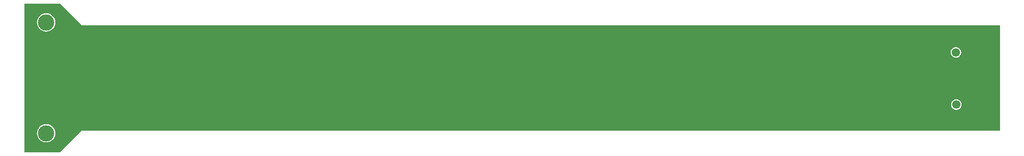
<source format=gbl>
G04 Layer_Physical_Order=2*
G04 Layer_Color=16711680*
%FSAX25Y25*%
%MOIN*%
G70*
G01*
G75*
%ADD16C,0.06102*%
%ADD17C,0.11811*%
%ADD18C,0.02800*%
G36*
X0156281Y0307001D02*
X0156677Y0306736D01*
X0157146Y0306643D01*
X0821276D01*
Y0230349D01*
X0157071D01*
X0156982Y0230367D01*
X0156514Y0230274D01*
X0156117Y0230009D01*
X0140710Y0214601D01*
X0115062D01*
Y0322391D01*
X0140891D01*
X0156281Y0307001D01*
D02*
G37*
%LPC*%
G36*
X0130839Y0235015D02*
X0129544Y0234888D01*
X0128298Y0234510D01*
X0127151Y0233897D01*
X0126145Y0233071D01*
X0125320Y0232066D01*
X0124706Y0230918D01*
X0124329Y0229673D01*
X0124201Y0228378D01*
X0124329Y0227083D01*
X0124706Y0225838D01*
X0125320Y0224690D01*
X0126145Y0223685D01*
X0127151Y0222859D01*
X0128298Y0222246D01*
X0129544Y0221868D01*
X0130839Y0221741D01*
X0132133Y0221868D01*
X0133379Y0222246D01*
X0134526Y0222859D01*
X0135532Y0223685D01*
X0136357Y0224690D01*
X0136971Y0225838D01*
X0137348Y0227083D01*
X0137476Y0228378D01*
X0137348Y0229673D01*
X0136971Y0230918D01*
X0136357Y0232066D01*
X0135532Y0233071D01*
X0134526Y0233897D01*
X0133379Y0234510D01*
X0132133Y0234888D01*
X0130839Y0235015D01*
D02*
G37*
G36*
X0789697Y0252890D02*
X0788718Y0252761D01*
X0787805Y0252383D01*
X0787021Y0251782D01*
X0786420Y0250998D01*
X0786042Y0250085D01*
X0785913Y0249106D01*
X0786042Y0248127D01*
X0786420Y0247215D01*
X0787021Y0246431D01*
X0787805Y0245830D01*
X0788718Y0245452D01*
X0789697Y0245323D01*
X0790676Y0245452D01*
X0791589Y0245830D01*
X0792372Y0246431D01*
X0792974Y0247215D01*
X0793352Y0248127D01*
X0793480Y0249106D01*
X0793352Y0250085D01*
X0792974Y0250998D01*
X0792372Y0251782D01*
X0791589Y0252383D01*
X0790676Y0252761D01*
X0789697Y0252890D01*
D02*
G37*
G36*
X0130839Y0315252D02*
X0129544Y0315124D01*
X0128298Y0314746D01*
X0127151Y0314133D01*
X0126145Y0313308D01*
X0125320Y0312302D01*
X0124706Y0311154D01*
X0124329Y0309909D01*
X0124201Y0308614D01*
X0124329Y0307319D01*
X0124706Y0306074D01*
X0125320Y0304927D01*
X0126145Y0303921D01*
X0127151Y0303095D01*
X0128298Y0302482D01*
X0129544Y0302104D01*
X0130839Y0301977D01*
X0132133Y0302104D01*
X0133379Y0302482D01*
X0134526Y0303095D01*
X0135532Y0303921D01*
X0136357Y0304927D01*
X0136971Y0306074D01*
X0137348Y0307319D01*
X0137476Y0308614D01*
X0137348Y0309909D01*
X0136971Y0311154D01*
X0136357Y0312302D01*
X0135532Y0313308D01*
X0134526Y0314133D01*
X0133379Y0314746D01*
X0132133Y0315124D01*
X0130839Y0315252D01*
D02*
G37*
G36*
X0789500Y0290784D02*
X0788521Y0290655D01*
X0787608Y0290277D01*
X0786825Y0289675D01*
X0786223Y0288892D01*
X0785845Y0287979D01*
X0785716Y0287000D01*
X0785845Y0286021D01*
X0786223Y0285108D01*
X0786825Y0284325D01*
X0787608Y0283723D01*
X0788521Y0283345D01*
X0789500Y0283216D01*
X0790479Y0283345D01*
X0791392Y0283723D01*
X0792175Y0284325D01*
X0792777Y0285108D01*
X0793155Y0286021D01*
X0793284Y0287000D01*
X0793155Y0287979D01*
X0792777Y0288892D01*
X0792175Y0289675D01*
X0791392Y0290277D01*
X0790479Y0290655D01*
X0789500Y0290784D01*
D02*
G37*
%LPD*%
D16*
Y0287000D02*
D03*
X0789697Y0249106D02*
D03*
D17*
X0130839Y0228378D02*
D03*
Y0308614D02*
D03*
D18*
X0134508Y0252789D02*
D03*
X0138008D02*
D03*
X0141508D02*
D03*
X0145008D02*
D03*
X0148508D02*
D03*
X0152008D02*
D03*
X0155508D02*
D03*
X0159008D02*
D03*
X0162508D02*
D03*
X0166008D02*
D03*
X0169508D02*
D03*
X0173008D02*
D03*
X0176508D02*
D03*
X0180008D02*
D03*
X0183508D02*
D03*
X0187008D02*
D03*
X0190508D02*
D03*
X0194008D02*
D03*
X0197508D02*
D03*
X0201008D02*
D03*
X0204508D02*
D03*
X0208008D02*
D03*
X0211508D02*
D03*
X0215008D02*
D03*
X0218508D02*
D03*
X0222008D02*
D03*
X0225508D02*
D03*
X0229008D02*
D03*
X0232508D02*
D03*
X0236008D02*
D03*
X0239508D02*
D03*
X0243008D02*
D03*
X0246508D02*
D03*
X0250008D02*
D03*
X0253508D02*
D03*
X0257008D02*
D03*
X0260508D02*
D03*
X0264008D02*
D03*
X0267508D02*
D03*
X0271008D02*
D03*
X0274508D02*
D03*
X0278008D02*
D03*
X0281508D02*
D03*
X0285008D02*
D03*
X0288508D02*
D03*
X0292008D02*
D03*
X0295508D02*
D03*
X0299008D02*
D03*
X0302508D02*
D03*
X0306008D02*
D03*
X0309508D02*
D03*
X0313008D02*
D03*
X0316508D02*
D03*
X0320008D02*
D03*
X0323508D02*
D03*
X0327008D02*
D03*
X0330508D02*
D03*
X0334008D02*
D03*
X0337508D02*
D03*
X0341008D02*
D03*
X0344508D02*
D03*
X0348008D02*
D03*
X0351508D02*
D03*
X0355008D02*
D03*
X0358508D02*
D03*
X0362008D02*
D03*
X0365508D02*
D03*
X0369008D02*
D03*
X0372508D02*
D03*
X0376008D02*
D03*
X0379508D02*
D03*
X0383008D02*
D03*
X0386508D02*
D03*
X0390008D02*
D03*
X0393508D02*
D03*
X0397008D02*
D03*
X0400508D02*
D03*
X0404008D02*
D03*
X0407508D02*
D03*
X0411008D02*
D03*
X0414508D02*
D03*
X0418008D02*
D03*
X0421508D02*
D03*
X0425008D02*
D03*
X0428508D02*
D03*
X0432008D02*
D03*
X0435508D02*
D03*
X0439008D02*
D03*
X0442508D02*
D03*
X0446008D02*
D03*
X0449508D02*
D03*
X0453008D02*
D03*
X0456508D02*
D03*
X0460008D02*
D03*
X0463508D02*
D03*
X0467008D02*
D03*
X0470508D02*
D03*
X0474008D02*
D03*
X0477508D02*
D03*
X0481008D02*
D03*
X0484508D02*
D03*
X0488008D02*
D03*
X0491508D02*
D03*
X0495008D02*
D03*
X0498508D02*
D03*
X0502008D02*
D03*
X0505508D02*
D03*
X0509008D02*
D03*
X0512508D02*
D03*
X0516008D02*
D03*
X0519508D02*
D03*
X0523008D02*
D03*
X0526508D02*
D03*
X0530008D02*
D03*
X0533508D02*
D03*
X0537008D02*
D03*
X0540508D02*
D03*
X0544008D02*
D03*
X0547508D02*
D03*
X0551008D02*
D03*
X0554508D02*
D03*
X0558008D02*
D03*
X0561508D02*
D03*
X0565008D02*
D03*
X0568508D02*
D03*
X0572008D02*
D03*
X0575508D02*
D03*
X0579008D02*
D03*
X0582508D02*
D03*
X0586008D02*
D03*
X0589508D02*
D03*
X0593008D02*
D03*
X0596508D02*
D03*
X0600008D02*
D03*
X0603508D02*
D03*
X0607008D02*
D03*
X0610508D02*
D03*
X0614008D02*
D03*
X0617508D02*
D03*
X0621008D02*
D03*
X0624508D02*
D03*
X0628008D02*
D03*
X0631508D02*
D03*
X0635008D02*
D03*
X0638508D02*
D03*
X0642008D02*
D03*
X0645508D02*
D03*
X0649008D02*
D03*
X0652508D02*
D03*
X0656008D02*
D03*
X0659508D02*
D03*
X0663008D02*
D03*
X0666508D02*
D03*
X0670008D02*
D03*
X0673508D02*
D03*
X0677008D02*
D03*
X0680508D02*
D03*
X0684008D02*
D03*
X0687508D02*
D03*
X0691008D02*
D03*
X0694508D02*
D03*
X0698008D02*
D03*
X0701508D02*
D03*
X0705008D02*
D03*
X0708508D02*
D03*
X0712008D02*
D03*
X0715508D02*
D03*
X0719008D02*
D03*
X0722508D02*
D03*
X0726008D02*
D03*
X0729508D02*
D03*
X0733008D02*
D03*
X0736508D02*
D03*
X0740008D02*
D03*
X0743508D02*
D03*
X0747008D02*
D03*
X0750508D02*
D03*
X0754008D02*
D03*
X0757508D02*
D03*
X0761008D02*
D03*
X0764508D02*
D03*
X0779742Y0256486D02*
D03*
Y0259985D02*
D03*
X0767163Y0262943D02*
D03*
X0763663D02*
D03*
X0760163D02*
D03*
X0756663D02*
D03*
X0753163D02*
D03*
X0749663D02*
D03*
X0746163D02*
D03*
X0742663D02*
D03*
X0739163D02*
D03*
X0735663D02*
D03*
X0732163D02*
D03*
X0728663D02*
D03*
X0725163D02*
D03*
X0721663D02*
D03*
X0718163D02*
D03*
X0714663D02*
D03*
X0711163D02*
D03*
X0707663D02*
D03*
X0704163D02*
D03*
X0700663D02*
D03*
X0697163D02*
D03*
X0693663D02*
D03*
X0690163D02*
D03*
X0686663D02*
D03*
X0683163D02*
D03*
X0679663D02*
D03*
X0676163D02*
D03*
X0672663D02*
D03*
X0669163D02*
D03*
X0665663D02*
D03*
X0662163D02*
D03*
X0658663D02*
D03*
X0655163D02*
D03*
X0651663D02*
D03*
X0648163D02*
D03*
X0644663D02*
D03*
X0641163D02*
D03*
X0637663D02*
D03*
X0634163D02*
D03*
X0630663D02*
D03*
X0627163D02*
D03*
X0623663D02*
D03*
X0620163D02*
D03*
X0616663D02*
D03*
X0613163D02*
D03*
X0609663D02*
D03*
X0606163D02*
D03*
X0602663D02*
D03*
X0599163D02*
D03*
X0595663D02*
D03*
X0592163D02*
D03*
X0588663D02*
D03*
X0585163D02*
D03*
X0581663D02*
D03*
X0578163D02*
D03*
X0574663D02*
D03*
X0571163D02*
D03*
X0567663D02*
D03*
X0564163D02*
D03*
X0560663D02*
D03*
X0557163D02*
D03*
X0553663D02*
D03*
X0550163D02*
D03*
X0546663D02*
D03*
X0543163D02*
D03*
X0539663D02*
D03*
X0536163D02*
D03*
X0532663D02*
D03*
X0529163D02*
D03*
X0525663D02*
D03*
X0522163D02*
D03*
X0518663D02*
D03*
X0515163D02*
D03*
X0511663D02*
D03*
X0508163D02*
D03*
X0504663D02*
D03*
X0501163D02*
D03*
X0497663D02*
D03*
X0494163D02*
D03*
X0490663D02*
D03*
X0487163D02*
D03*
X0483663D02*
D03*
X0480163D02*
D03*
X0476663D02*
D03*
X0473163D02*
D03*
X0469663D02*
D03*
X0466163D02*
D03*
X0462663D02*
D03*
X0459163D02*
D03*
X0455663D02*
D03*
X0452163D02*
D03*
X0448663D02*
D03*
X0445163D02*
D03*
X0441663D02*
D03*
X0438163D02*
D03*
X0434663D02*
D03*
X0431163D02*
D03*
X0427663D02*
D03*
X0424163D02*
D03*
X0420663D02*
D03*
X0417163D02*
D03*
X0413663D02*
D03*
X0410163D02*
D03*
X0406663D02*
D03*
X0403163D02*
D03*
X0399663D02*
D03*
X0396163D02*
D03*
X0392663D02*
D03*
X0389163D02*
D03*
X0385663D02*
D03*
X0382163D02*
D03*
X0378663D02*
D03*
X0375163D02*
D03*
X0371663D02*
D03*
X0368163D02*
D03*
X0364663D02*
D03*
X0361163D02*
D03*
X0357663D02*
D03*
X0354163D02*
D03*
X0350663D02*
D03*
X0347163D02*
D03*
X0343663D02*
D03*
X0340163D02*
D03*
X0336663D02*
D03*
X0333163D02*
D03*
X0329663D02*
D03*
X0326163D02*
D03*
X0322663D02*
D03*
X0319163D02*
D03*
X0315663D02*
D03*
X0312163D02*
D03*
X0308663D02*
D03*
X0305163D02*
D03*
X0301663D02*
D03*
X0298163D02*
D03*
X0294663D02*
D03*
X0291163D02*
D03*
X0287663D02*
D03*
X0284163D02*
D03*
X0280663D02*
D03*
X0277163D02*
D03*
X0273663D02*
D03*
X0270163D02*
D03*
X0266663D02*
D03*
X0263163D02*
D03*
X0259663D02*
D03*
X0256163D02*
D03*
X0252663D02*
D03*
X0249163D02*
D03*
X0245663D02*
D03*
X0242163D02*
D03*
X0238663D02*
D03*
X0235163D02*
D03*
X0231663D02*
D03*
X0228163D02*
D03*
X0224663D02*
D03*
X0221163D02*
D03*
X0217663D02*
D03*
X0214163D02*
D03*
X0210663D02*
D03*
X0207163D02*
D03*
X0203663D02*
D03*
X0200163D02*
D03*
X0196663D02*
D03*
X0193163D02*
D03*
X0189663D02*
D03*
X0186163D02*
D03*
X0182663D02*
D03*
X0179163D02*
D03*
X0175663D02*
D03*
X0172163D02*
D03*
X0168663D02*
D03*
X0165163D02*
D03*
X0161663D02*
D03*
X0158163D02*
D03*
X0154663D02*
D03*
X0151163D02*
D03*
X0147663D02*
D03*
X0144163D02*
D03*
X0140663D02*
D03*
X0137163D02*
D03*
X0133663D02*
D03*
X0134528Y0272001D02*
D03*
X0138028D02*
D03*
X0141528D02*
D03*
X0145028D02*
D03*
X0148528D02*
D03*
X0152028D02*
D03*
X0155528D02*
D03*
X0159028D02*
D03*
X0162528D02*
D03*
X0166028D02*
D03*
X0169528D02*
D03*
X0173028D02*
D03*
X0176528D02*
D03*
X0180028D02*
D03*
X0183528D02*
D03*
X0187028D02*
D03*
X0190528D02*
D03*
X0194028D02*
D03*
X0197528D02*
D03*
X0201028D02*
D03*
X0204528D02*
D03*
X0208028D02*
D03*
X0211528D02*
D03*
X0215028D02*
D03*
X0218528D02*
D03*
X0222028D02*
D03*
X0225528D02*
D03*
X0229028D02*
D03*
X0232528D02*
D03*
X0236028D02*
D03*
X0239528D02*
D03*
X0243028D02*
D03*
X0246528D02*
D03*
X0250028D02*
D03*
X0253528D02*
D03*
X0257028D02*
D03*
X0260528D02*
D03*
X0264028D02*
D03*
X0267528D02*
D03*
X0271028D02*
D03*
X0274528D02*
D03*
X0278028D02*
D03*
X0281528D02*
D03*
X0285028D02*
D03*
X0288528D02*
D03*
X0292028D02*
D03*
X0295528D02*
D03*
X0299028D02*
D03*
X0302528D02*
D03*
X0306028D02*
D03*
X0309528D02*
D03*
X0313028D02*
D03*
X0316528D02*
D03*
X0320028D02*
D03*
X0323528D02*
D03*
X0327028D02*
D03*
X0330528D02*
D03*
X0334028D02*
D03*
X0337528D02*
D03*
X0341028D02*
D03*
X0344528D02*
D03*
X0348028D02*
D03*
X0351528D02*
D03*
X0355028D02*
D03*
X0358528D02*
D03*
X0362028D02*
D03*
X0365528D02*
D03*
X0369028D02*
D03*
X0372528D02*
D03*
X0376028D02*
D03*
X0379528D02*
D03*
X0383028D02*
D03*
X0386528D02*
D03*
X0390028D02*
D03*
X0393528D02*
D03*
X0397028D02*
D03*
X0400528D02*
D03*
X0404028D02*
D03*
X0407528D02*
D03*
X0411028D02*
D03*
X0414528D02*
D03*
X0418028D02*
D03*
X0421528D02*
D03*
X0425028D02*
D03*
X0428528D02*
D03*
X0432028D02*
D03*
X0435528D02*
D03*
X0439028D02*
D03*
X0442528D02*
D03*
X0446028D02*
D03*
X0449528D02*
D03*
X0453028D02*
D03*
X0456528D02*
D03*
X0460028D02*
D03*
X0463528D02*
D03*
X0467028D02*
D03*
X0470528D02*
D03*
X0474028D02*
D03*
X0477528D02*
D03*
X0481028D02*
D03*
X0484528D02*
D03*
X0488028D02*
D03*
X0491528D02*
D03*
X0495028D02*
D03*
X0498528D02*
D03*
X0502028D02*
D03*
X0505528D02*
D03*
X0509028D02*
D03*
X0512528D02*
D03*
X0516028D02*
D03*
X0519528D02*
D03*
X0523028D02*
D03*
X0526528D02*
D03*
X0530028D02*
D03*
X0533528D02*
D03*
X0537028D02*
D03*
X0540528D02*
D03*
X0544028D02*
D03*
X0547528D02*
D03*
X0551028D02*
D03*
X0554528D02*
D03*
X0558028D02*
D03*
X0561528D02*
D03*
X0565028D02*
D03*
X0568528D02*
D03*
X0572028D02*
D03*
X0575528D02*
D03*
X0579028D02*
D03*
X0582528D02*
D03*
X0586028D02*
D03*
X0589528D02*
D03*
X0593028D02*
D03*
X0596528D02*
D03*
X0600028D02*
D03*
X0603528D02*
D03*
X0607028D02*
D03*
X0610528D02*
D03*
X0614028D02*
D03*
X0617528D02*
D03*
X0621028D02*
D03*
X0624528D02*
D03*
X0628028D02*
D03*
X0631528D02*
D03*
X0635028D02*
D03*
X0638528D02*
D03*
X0642028D02*
D03*
X0645528D02*
D03*
X0649028D02*
D03*
X0652528D02*
D03*
X0656028D02*
D03*
X0659528D02*
D03*
X0663028D02*
D03*
X0666528D02*
D03*
X0670028D02*
D03*
X0673528D02*
D03*
X0677028D02*
D03*
X0680528D02*
D03*
X0684028D02*
D03*
X0687528D02*
D03*
X0691028D02*
D03*
X0694528D02*
D03*
X0698028D02*
D03*
X0701528D02*
D03*
X0705028D02*
D03*
X0708528D02*
D03*
X0712028D02*
D03*
X0715528D02*
D03*
X0719028D02*
D03*
X0722528D02*
D03*
X0726028D02*
D03*
X0729528D02*
D03*
X0733028D02*
D03*
X0736528D02*
D03*
X0740028D02*
D03*
X0743528D02*
D03*
X0747028D02*
D03*
X0750528D02*
D03*
X0754028D02*
D03*
X0757528D02*
D03*
X0761028D02*
D03*
X0764528D02*
D03*
X0779742Y0275391D02*
D03*
X0767163Y0282155D02*
D03*
X0763663D02*
D03*
X0760163D02*
D03*
X0756663D02*
D03*
X0753163D02*
D03*
X0749663D02*
D03*
X0746163D02*
D03*
X0742663D02*
D03*
X0739163D02*
D03*
X0735663D02*
D03*
X0732163D02*
D03*
X0728663D02*
D03*
X0725163D02*
D03*
X0721663D02*
D03*
X0718163D02*
D03*
X0714663D02*
D03*
X0711163D02*
D03*
X0707663D02*
D03*
X0704163D02*
D03*
X0700663D02*
D03*
X0697163D02*
D03*
X0693663D02*
D03*
X0690163D02*
D03*
X0686663D02*
D03*
X0683163D02*
D03*
X0679663D02*
D03*
X0676163D02*
D03*
X0672663D02*
D03*
X0669163D02*
D03*
X0665663D02*
D03*
X0662163D02*
D03*
X0658663D02*
D03*
X0655163D02*
D03*
X0651663D02*
D03*
X0648163D02*
D03*
X0644663D02*
D03*
X0641163D02*
D03*
X0637663D02*
D03*
X0634163D02*
D03*
X0630663D02*
D03*
X0627163D02*
D03*
X0623663D02*
D03*
X0620163D02*
D03*
X0616663D02*
D03*
X0613163D02*
D03*
X0609663D02*
D03*
X0606163D02*
D03*
X0602663D02*
D03*
X0599163D02*
D03*
X0595663D02*
D03*
X0592163D02*
D03*
X0588663D02*
D03*
X0585163D02*
D03*
X0581663D02*
D03*
X0578163D02*
D03*
X0574663D02*
D03*
X0571163D02*
D03*
X0567663D02*
D03*
X0564163D02*
D03*
X0560663D02*
D03*
X0557163D02*
D03*
X0553663D02*
D03*
X0550163D02*
D03*
X0546663D02*
D03*
X0543163D02*
D03*
X0539663D02*
D03*
X0536163D02*
D03*
X0532663D02*
D03*
X0529163D02*
D03*
X0525663D02*
D03*
X0522163D02*
D03*
X0518663D02*
D03*
X0515163D02*
D03*
X0511663D02*
D03*
X0508163D02*
D03*
X0504663D02*
D03*
X0501163D02*
D03*
X0497663D02*
D03*
X0494163D02*
D03*
X0490663D02*
D03*
X0487163D02*
D03*
X0483663D02*
D03*
X0480163D02*
D03*
X0476663D02*
D03*
X0473163D02*
D03*
X0469663D02*
D03*
X0466163D02*
D03*
X0462663D02*
D03*
X0459163D02*
D03*
X0455663D02*
D03*
X0452163D02*
D03*
X0448663D02*
D03*
X0445163D02*
D03*
X0441663D02*
D03*
X0438163D02*
D03*
X0434663D02*
D03*
X0431163D02*
D03*
X0427663D02*
D03*
X0424163D02*
D03*
X0420663D02*
D03*
X0417163D02*
D03*
X0413663D02*
D03*
X0410163D02*
D03*
X0406663D02*
D03*
X0403163D02*
D03*
X0399663D02*
D03*
X0396163D02*
D03*
X0392663D02*
D03*
X0389163D02*
D03*
X0385663D02*
D03*
X0382163D02*
D03*
X0378663D02*
D03*
X0375163D02*
D03*
X0371663D02*
D03*
X0368163D02*
D03*
X0364663D02*
D03*
X0361163D02*
D03*
X0357663D02*
D03*
X0354163D02*
D03*
X0350663D02*
D03*
X0347163D02*
D03*
X0343663D02*
D03*
X0340163D02*
D03*
X0336663D02*
D03*
X0333163D02*
D03*
X0329663D02*
D03*
X0326163D02*
D03*
X0322663D02*
D03*
X0319163D02*
D03*
X0315663D02*
D03*
X0312163D02*
D03*
X0308663D02*
D03*
X0305163D02*
D03*
X0301663D02*
D03*
X0298163D02*
D03*
X0294663D02*
D03*
X0291163D02*
D03*
X0287663D02*
D03*
X0284163D02*
D03*
X0280663D02*
D03*
X0277163D02*
D03*
X0273663D02*
D03*
X0270163D02*
D03*
X0266663D02*
D03*
X0263163D02*
D03*
X0259663D02*
D03*
X0256163D02*
D03*
X0252663D02*
D03*
X0249163D02*
D03*
X0245663D02*
D03*
X0242163D02*
D03*
X0238663D02*
D03*
X0235163D02*
D03*
X0231663D02*
D03*
X0228163D02*
D03*
X0224663D02*
D03*
X0221163D02*
D03*
X0217663D02*
D03*
X0214163D02*
D03*
X0210663D02*
D03*
X0207163D02*
D03*
X0203663D02*
D03*
X0200163D02*
D03*
X0196663D02*
D03*
X0193163D02*
D03*
X0189663D02*
D03*
X0186163D02*
D03*
X0182663D02*
D03*
X0179163D02*
D03*
X0175663D02*
D03*
X0172163D02*
D03*
X0168663D02*
D03*
X0165163D02*
D03*
X0161663D02*
D03*
X0158163D02*
D03*
X0154663D02*
D03*
X0151163D02*
D03*
X0147663D02*
D03*
X0144163D02*
D03*
X0140663D02*
D03*
X0137163D02*
D03*
X0133663D02*
D03*
X0795000Y0235000D02*
D03*
X0797500Y0240000D02*
D03*
X0795000Y0255000D02*
D03*
X0797500Y0300000D02*
D03*
X0800000Y0235000D02*
D03*
X0802500Y0240000D02*
D03*
Y0250000D02*
D03*
Y0290000D02*
D03*
Y0300000D02*
D03*
X0805000Y0235000D02*
D03*
X0807500Y0240000D02*
D03*
X0805000Y0245000D02*
D03*
X0807500Y0250000D02*
D03*
Y0290000D02*
D03*
X0805000Y0295000D02*
D03*
X0807500Y0300000D02*
D03*
X0810000Y0235000D02*
D03*
X0812500Y0240000D02*
D03*
X0810000Y0245000D02*
D03*
X0812500Y0250000D02*
D03*
Y0260000D02*
D03*
Y0270000D02*
D03*
Y0280000D02*
D03*
Y0290000D02*
D03*
X0810000Y0295000D02*
D03*
X0812500Y0300000D02*
D03*
X0815000Y0235000D02*
D03*
X0817500Y0240000D02*
D03*
X0815000Y0245000D02*
D03*
X0817500Y0250000D02*
D03*
X0815000Y0255000D02*
D03*
X0817500Y0260000D02*
D03*
X0815000Y0265000D02*
D03*
X0817500Y0270000D02*
D03*
X0815000Y0275000D02*
D03*
X0817500Y0280000D02*
D03*
X0815000Y0285000D02*
D03*
X0817500Y0290000D02*
D03*
X0815000Y0295000D02*
D03*
X0817500Y0300000D02*
D03*
M02*

</source>
